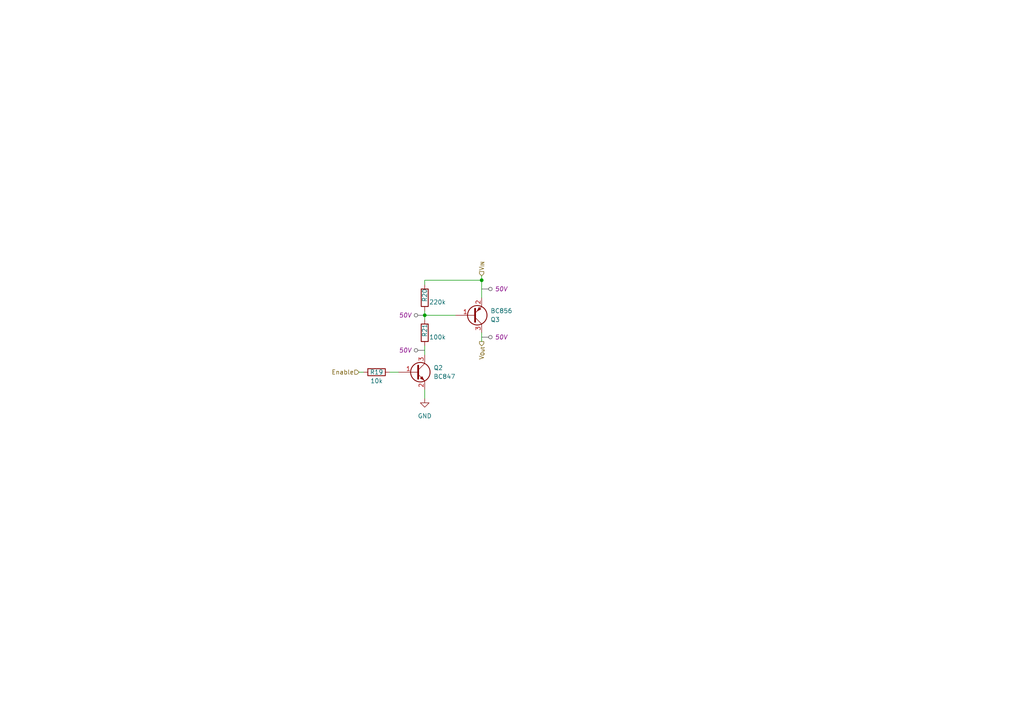
<source format=kicad_sch>
(kicad_sch (version 20231120) (generator "eeschema") (generator_version "8.0")
  (paper "A4")
  (lib_symbols
    (symbol "Device:R" (pin_numbers hide) (pin_names (offset 0))
      (property "Reference" "R" (at 2.032 0 90))
      (property "Value" "R" (at 0 0 90))
      (symbol "R_0_1"
        (rectangle (start -1.016 -2.54) (end 1.016 2.54) (stroke (width 0.254)))
      )
      (symbol "R_1_1"
        (pin passive line (at 0 3.81 270) (length 1.27) (name "~") (number "1"))
        (pin passive line (at 0 -3.81 90) (length 1.27) (name "~") (number "2"))
      )
    )
    (symbol "Transistor_BJT:BC847" (pin_names (offset 0) hide)
      (property "Reference" "Q" (at 5.08 1.905 0))
      (property "Value" "BC847" (at 5.08 0 0))
      (symbol "BC847_0_1"
        (polyline (pts (xy 0.635 0.635) (xy 2.54 2.54)))
        (polyline (pts (xy 0.635 -0.635) (xy 2.54 -2.54) (xy 2.54 -2.54)))
        (polyline (pts (xy 0.635 1.905) (xy 0.635 -1.905) (xy 0.635 -1.905)) (stroke (width 0.508)))
        (polyline (pts (xy 1.27 -1.778) (xy 1.778 -1.27) (xy 2.286 -2.286) (xy 1.27 -1.778) (xy 1.27 -1.778)) (fill (type outline)))
        (circle (center 1.27 0) (radius 2.8194) (stroke (width 0.254)))
      )
      (symbol "BC847_1_1"
        (pin input line (at -5.08 0 0) (length 5.715) (name "B") (number "1"))
        (pin passive line (at 2.54 -5.08 90) (length 2.54) (name "E") (number "2"))
        (pin passive line (at 2.54 5.08 270) (length 2.54) (name "C") (number "3"))
      )
    )
    (symbol "Transistor_BJT:BC856" (pin_names (offset 0) hide)
      (property "Reference" "Q" (at 5.08 1.905 0))
      (property "Value" "BC856" (at 5.08 0 0))
      (symbol "BC856_0_1"
        (polyline (pts (xy 0.635 0.635) (xy 2.54 2.54)))
        (polyline (pts (xy 0.635 -0.635) (xy 2.54 -2.54) (xy 2.54 -2.54)))
        (polyline (pts (xy 0.635 1.905) (xy 0.635 -1.905) (xy 0.635 -1.905)) (stroke (width 0.508)))
        (polyline (pts (xy 2.286 -1.778) (xy 1.778 -2.286) (xy 1.27 -1.27) (xy 2.286 -1.778) (xy 2.286 -1.778)) (fill (type outline)))
        (circle (center 1.27 0) (radius 2.8194) (stroke (width 0.254)))
      )
      (symbol "BC856_1_1"
        (pin input line (at -5.08 0 0) (length 5.715) (name "B") (number "1"))
        (pin passive line (at 2.54 -5.08 90) (length 2.54) (name "E") (number "2"))
        (pin passive line (at 2.54 5.08 270) (length 2.54) (name "C") (number "3"))
      )
    )
    (symbol "power:GND" (power) (pin_numbers hide) (pin_names (offset 0) hide)
      (property "Value" "GND" (at 0 -3.81 0))
      (symbol "GND_0_1"
        (polyline (pts (xy 0 0) (xy 0 -1.27) (xy 1.27 -1.27) (xy 0 -2.54) (xy -1.27 -1.27) (xy 0 -1.27)))
      )
      (symbol "GND_1_1"
        (pin power_in line (at 0 0 270) (length 0) (name "~") (number "1"))
      )
    )
  )
  (junction (at 123.19 91.44))
  (junction (at 139.7 81.28))
  (wire (pts (xy 104.14 107.95) (xy 105.41 107.95)))
  (wire (pts (xy 139.7 80.01) (xy 139.7 81.28)))
  (wire (pts (xy 113.03 107.95) (xy 115.57 107.95)))
  (wire (pts (xy 123.19 91.44) (xy 132.08 91.44)))
  (wire (pts (xy 123.19 81.28) (xy 139.7 81.28)))
  (wire (pts (xy 123.19 91.44) (xy 123.19 92.71)))
  (wire (pts (xy 123.19 113.03) (xy 123.19 115.57)))
  (wire (pts (xy 123.19 100.33) (xy 123.19 102.87)))
  (wire (pts (xy 123.19 81.28) (xy 123.19 82.55)))
  (wire (pts (xy 123.19 90.17) (xy 123.19 91.44)))
  (wire (pts (xy 139.7 96.52) (xy 139.7 99.06)))
  (wire (pts (xy 139.7 81.28) (xy 139.7 86.36)))
  (hierarchical_label "Enable" (shape input) (at 104.14 107.95 180))
  (hierarchical_label "V_{IN}" (shape input) (at 139.7 80.01 90))
  (hierarchical_label "V_{Out}" (shape output) (at 139.7 99.06 270))
  (netclass_flag "" (length 2.54) (shape round) (at 139.7 83.82 270) (property "Netclass" "50V" (at 143.51 83.82 0) (effects (font (italic yes)) (justify left))))
  (netclass_flag "" (length 2.54) (shape round) (at 123.19 91.44 90) (property "Netclass" "50V" (at 119.38 91.44 0) (effects (font (italic yes)) (justify right))))
  (netclass_flag "" (length 2.54) (shape round) (at 123.19 101.6 90) (property "Netclass" "50V" (at 119.38 101.6 0) (effects (font (italic yes)) (justify right))))
  (netclass_flag "" (length 2.54) (shape round) (at 139.7 97.79 270) (property "Netclass" "50V" (at 143.51 97.79 0) (effects (font (italic yes)) (justify left))))
  (symbol (lib_id "Device:R") (at 123.19 86.36 0) (unit 1)
    (property "Reference" "R20" (at 123.19 87.63 90) (effects (justify left)))
    (property "Value" "220k" (at 124.46 87.63 0) (effects (justify left)))
    (property "Footprint" "Resistor_SMD:R_0603_1608Metric_Pad0.98x0.95mm_HandSolder" (effects (hide yes)))
    (property "Description" "Resistor" (effects (hide yes)))
    (instances (project "vfd-clock" (path "" (reference "R20") (unit 1)) (path "" (reference "R23") (unit 1)) (path "" (reference "R26") (unit 1)) (path "" (reference "R29") (unit 1)) (path "" (reference "R32") (unit 1)) (path "" (reference "R35") (unit 1)) (path "" (reference "R38") (unit 1))))
  )
  (symbol (lib_id "Device:R") (at 123.19 96.52 0) (unit 1)
    (property "Reference" "R21" (at 123.19 97.79 90) (effects (justify left)))
    (property "Value" "100k" (at 124.46 97.79 0) (effects (justify left)))
    (property "Footprint" "Resistor_SMD:R_0603_1608Metric_Pad0.98x0.95mm_HandSolder" (effects (hide yes)))
    (property "Description" "Resistor" (effects (hide yes)))
    (instances (project "vfd-clock" (path "" (reference "R21") (unit 1)) (path "" (reference "R24") (unit 1)) (path "" (reference "R27") (unit 1)) (path "" (reference "R30") (unit 1)) (path "" (reference "R33") (unit 1)) (path "" (reference "R36") (unit 1)) (path "" (reference "R39") (unit 1))))
  )
  (symbol (lib_id "Transistor_BJT:BC856") (at 137.16 91.44 0) (mirror x) (unit 1)
    (property "Reference" "Q3" (at 142.24 92.7101 0) (effects (justify left)))
    (property "Value" "BC856" (at 142.24 90.1701 0) (effects (justify left)))
    (property "Footprint" "Package_TO_SOT_SMD:SOT-23" (effects (hide yes)))
    (property "Datasheet" "https://www.onsemi.com/pub/Collateral/BC860-D.pdf" (effects (hide yes)))
    (property "Description" "0.1A Ic, 65V Vce, PNP Transistor, SOT-23" (effects (hide yes)))
    (instances (project "vfd-clock" (path "" (reference "Q3") (unit 1)) (path "" (reference "Q5") (unit 1)) (path "" (reference "Q7") (unit 1)) (path "" (reference "Q9") (unit 1)) (path "" (reference "Q11") (unit 1)) (path "" (reference "Q13") (unit 1)) (path "" (reference "Q15") (unit 1))))
  )
  (symbol (lib_id "Transistor_BJT:BC847") (at 120.65 107.95 0) (unit 1)
    (property "Reference" "Q2" (at 125.73 106.6799 0) (effects (justify left)))
    (property "Value" "BC847" (at 125.73 109.2199 0) (effects (justify left)))
    (property "Footprint" "Package_TO_SOT_SMD:SOT-23" (effects (hide yes)))
    (property "Datasheet" "http://www.infineon.com/dgdl/Infineon-BC847SERIES_BC848SERIES_BC849SERIES_BC850SERIES-DS-v01_01-en.pdf?fileId=db3a304314dca389011541d4630a1657" (effects (hide yes)))
    (property "Description" "0.1A Ic, 45V Vce, NPN Transistor, SOT-23" (effects (hide yes)))
    (instances (project "vfd-clock" (path "" (reference "Q2") (unit 1)) (path "" (reference "Q4") (unit 1)) (path "" (reference "Q6") (unit 1)) (path "" (reference "Q8") (unit 1)) (path "" (reference "Q10") (unit 1)) (path "" (reference "Q12") (unit 1)) (path "" (reference "Q14") (unit 1))))
  )
  (symbol (lib_id "Device:R") (at 109.22 107.95 90) (unit 1)
    (property "Reference" "R19" (at 109.22 107.95 90))
    (property "Value" "10k" (at 109.22 110.49 90))
    (property "Footprint" "Resistor_SMD:R_0603_1608Metric_Pad0.98x0.95mm_HandSolder" (effects (hide yes)))
    (property "Description" "Resistor" (effects (hide yes)))
    (instances (project "vfd-clock" (path "" (reference "R19") (unit 1)) (path "" (reference "R22") (unit 1)) (path "" (reference "R25") (unit 1)) (path "" (reference "R28") (unit 1)) (path "" (reference "R31") (unit 1)) (path "" (reference "R34") (unit 1)) (path "" (reference "R37") (unit 1))))
  )
  (symbol (lib_id "power:GND") (at 123.19 115.57 0) (unit 1)
    (property "Reference" "#PWR076" (effects (hide yes)))
    (property "Value" "GND" (at 123.19 120.65 0))
    (property "Description" "Power symbol creates a global label with name \"GND\" , ground" (effects (hide yes)))
    (instances (project "vfd-clock" (path "" (reference "#PWR076") (unit 1)) (path "" (reference "#PWR077") (unit 1)) (path "" (reference "#PWR078") (unit 1)) (path "" (reference "#PWR079") (unit 1)) (path "" (reference "#PWR080") (unit 1)) (path "" (reference "#PWR081") (unit 1)) (path "" (reference "#PWR082") (unit 1))))
  )
)
</source>
